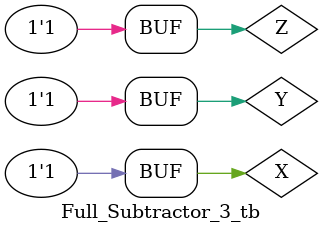
<source format=v>
module Full_Subtractor_3_tb;
	wire D, B;
	reg X, Y, Z;
	Full_Subtractor_3 Instance0 (D, B, X, Y, Z);
	initial begin
    X = 0; Y = 0; Z = 0;
	#1  X = 0; Y = 0; Z = 1;
	#1  X = 0; Y = 1; Z = 0;
	#1  X = 0; Y = 1; Z = 1;
	#1  X = 1; Y = 0; Z = 0;
	#1  X = 1; Y = 0; Z = 1;
	#1  X = 1; Y = 1; Z = 0;
	#1  X = 1; Y = 1; Z = 1; 
end
initial begin
    $monitor ("%t, X = %d| Y = %d| Z = %d| B = %d| D = %d", $time, X, Y, Z, B, D);
    $dumpfile("dump.vcd");
    $dumpvars();
end
endmodule
</source>
